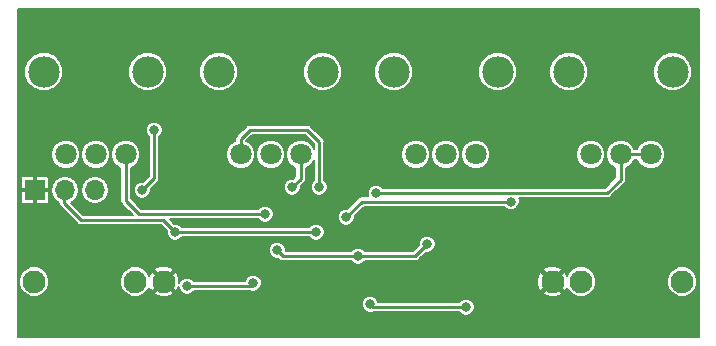
<source format=gbr>
G04 #@! TF.GenerationSoftware,KiCad,Pcbnew,(5.0.1)-4*
G04 #@! TF.CreationDate,2019-01-08T00:24:24+01:00*
G04 #@! TF.ProjectId,1U ADSR,315520414453522E6B696361645F7063,rev?*
G04 #@! TF.SameCoordinates,Original*
G04 #@! TF.FileFunction,Copper,L2,Bot,Signal*
G04 #@! TF.FilePolarity,Positive*
%FSLAX46Y46*%
G04 Gerber Fmt 4.6, Leading zero omitted, Abs format (unit mm)*
G04 Created by KiCad (PCBNEW (5.0.1)-4) date 01/08/19 00:24:24*
%MOMM*%
%LPD*%
G01*
G04 APERTURE LIST*
G04 #@! TA.AperFunction,ComponentPad*
%ADD10C,1.930400*%
G04 #@! TD*
G04 #@! TA.AperFunction,ComponentPad*
%ADD11R,1.700000X1.700000*%
G04 #@! TD*
G04 #@! TA.AperFunction,ComponentPad*
%ADD12O,1.700000X1.700000*%
G04 #@! TD*
G04 #@! TA.AperFunction,ComponentPad*
%ADD13C,2.667000*%
G04 #@! TD*
G04 #@! TA.AperFunction,ComponentPad*
%ADD14C,1.803400*%
G04 #@! TD*
G04 #@! TA.AperFunction,ViaPad*
%ADD15C,0.800000*%
G04 #@! TD*
G04 #@! TA.AperFunction,Conductor*
%ADD16C,0.250000*%
G04 #@! TD*
G04 #@! TA.AperFunction,Conductor*
%ADD17C,0.127000*%
G04 #@! TD*
G04 APERTURE END LIST*
D10*
G04 #@! TO.P,J1,T*
G04 #@! TO.N,Net-(J1-PadT)*
X80772000Y-55245000D03*
G04 #@! TO.P,J1,S*
G04 #@! TO.N,GND*
X69799200Y-55245000D03*
G04 #@! TO.P,J1,TN*
G04 #@! TO.N,Net-(J1-PadTN)*
X72212200Y-55245000D03*
G04 #@! TD*
G04 #@! TO.P,J2,TN*
G04 #@! TO.N,Net-(J2-PadTN)*
X34467800Y-55245000D03*
G04 #@! TO.P,J2,S*
G04 #@! TO.N,GND*
X36880800Y-55245000D03*
G04 #@! TO.P,J2,T*
G04 #@! TO.N,Net-(J2-PadT)*
X25908000Y-55245000D03*
G04 #@! TD*
D11*
G04 #@! TO.P,GND +12V -12V,1*
G04 #@! TO.N,GND*
X25971500Y-47498000D03*
D12*
G04 #@! TO.P,GND +12V -12V,2*
G04 #@! TO.N,+12V*
X28511500Y-47498000D03*
G04 #@! TO.P,GND +12V -12V,3*
G04 #@! TO.N,-12V*
X31051500Y-47498000D03*
G04 #@! TD*
D13*
G04 #@! TO.P,Attack,5*
G04 #@! TO.N,N/C*
X71170637Y-37466843D03*
G04 #@! TO.P,Attack,4*
X79959037Y-37466843D03*
D14*
G04 #@! TO.P,Attack,1*
G04 #@! TO.N,Net-(R7-Pad1)*
X78104837Y-44477243D03*
G04 #@! TO.P,Attack,2*
X75564837Y-44477243D03*
G04 #@! TO.P,Attack,3*
G04 #@! TO.N,Net-(D4-Pad2)*
X73024837Y-44477243D03*
G04 #@! TD*
G04 #@! TO.P,Decay,3*
G04 #@! TO.N,Net-(D5-Pad1)*
X58208169Y-44477243D03*
G04 #@! TO.P,Decay,2*
G04 #@! TO.N,Net-(R10-Pad2)*
X60748169Y-44477243D03*
G04 #@! TO.P,Decay,1*
X63288169Y-44477243D03*
D13*
G04 #@! TO.P,Decay,4*
G04 #@! TO.N,N/C*
X65142369Y-37466843D03*
G04 #@! TO.P,Decay,5*
X56353969Y-37466843D03*
G04 #@! TD*
G04 #@! TO.P,Sustain,5*
G04 #@! TO.N,N/C*
X41537303Y-37466843D03*
G04 #@! TO.P,Sustain,4*
X50325703Y-37466843D03*
D14*
G04 #@! TO.P,Sustain,1*
G04 #@! TO.N,Net-(RV3-Pad1)*
X48471503Y-44477243D03*
G04 #@! TO.P,Sustain,2*
G04 #@! TO.N,Net-(RV3-Pad2)*
X45931503Y-44477243D03*
G04 #@! TO.P,Sustain,3*
G04 #@! TO.N,Net-(R9-Pad2)*
X43391503Y-44477243D03*
G04 #@! TD*
G04 #@! TO.P,Release,3*
G04 #@! TO.N,Net-(D3-Pad1)*
X28574837Y-44477243D03*
G04 #@! TO.P,Release,2*
G04 #@! TO.N,Net-(R8-Pad1)*
X31114837Y-44477243D03*
G04 #@! TO.P,Release,1*
X33654837Y-44477243D03*
D13*
G04 #@! TO.P,Release,4*
G04 #@! TO.N,N/C*
X35509037Y-37466843D03*
G04 #@! TO.P,Release,5*
X26720637Y-37466843D03*
G04 #@! TD*
D15*
G04 #@! TO.N,Net-(C1-Pad2)*
X59182000Y-52070000D03*
X53340000Y-53086000D03*
X46482000Y-52578000D03*
G04 #@! TO.N,GND*
X68072000Y-51816000D03*
X39624000Y-42926000D03*
G04 #@! TO.N,Net-(C3-Pad2)*
X38862000Y-55626000D03*
X44450000Y-55372000D03*
X35052000Y-47498000D03*
X36068000Y-42418000D03*
G04 #@! TO.N,+12V*
X52324000Y-49784000D03*
X66294000Y-48477000D03*
X37846000Y-51054000D03*
X49784000Y-51054000D03*
G04 #@! TO.N,Net-(Q3-Pad3)*
X62484000Y-57404000D03*
X54356000Y-57150000D03*
G04 #@! TO.N,Net-(R7-Pad1)*
X54864000Y-47752000D03*
G04 #@! TO.N,Net-(R8-Pad1)*
X45466000Y-49530000D03*
G04 #@! TO.N,Net-(R9-Pad2)*
X50038000Y-47244000D03*
G04 #@! TO.N,Net-(RV3-Pad1)*
X47752000Y-47244000D03*
G04 #@! TD*
D16*
G04 #@! TO.N,Net-(C1-Pad2)*
X59182000Y-52070000D02*
X58166000Y-53086000D01*
X58166000Y-53086000D02*
X53340000Y-53086000D01*
X53340000Y-53086000D02*
X46990000Y-53086000D01*
X46990000Y-53086000D02*
X46482000Y-52578000D01*
G04 #@! TO.N,Net-(C3-Pad2)*
X38862000Y-55626000D02*
X44196000Y-55626000D01*
X44196000Y-55626000D02*
X44450000Y-55372000D01*
X35052000Y-47498000D02*
X36068000Y-46482000D01*
X36068000Y-46482000D02*
X36068000Y-42418000D01*
G04 #@! TO.N,+12V*
X52324000Y-49784000D02*
X53631000Y-48477000D01*
X53631000Y-48477000D02*
X66294000Y-48477000D01*
X37846000Y-51054000D02*
X49784000Y-51054000D01*
X28448000Y-48622000D02*
X29864000Y-50038000D01*
X28448000Y-47498000D02*
X28448000Y-48622000D01*
X36830000Y-50038000D02*
X37846000Y-51054000D01*
X29864000Y-50038000D02*
X36830000Y-50038000D01*
G04 #@! TO.N,Net-(Q3-Pad3)*
X62484000Y-57404000D02*
X54610000Y-57404000D01*
X54610000Y-57404000D02*
X54356000Y-57150000D01*
G04 #@! TO.N,Net-(R7-Pad1)*
X54864000Y-47752000D02*
X74422000Y-47752000D01*
X75564837Y-46609163D02*
X74422000Y-47752000D01*
X75564837Y-44477243D02*
X75564837Y-46609163D01*
X76840033Y-44477243D02*
X78104837Y-44477243D01*
X75564837Y-44477243D02*
X76840033Y-44477243D01*
G04 #@! TO.N,Net-(R8-Pad1)*
X45466000Y-49530000D02*
X44900315Y-49530000D01*
X44900315Y-49530000D02*
X34798000Y-49530000D01*
X33654837Y-48386837D02*
X34798000Y-49530000D01*
X33654837Y-44477243D02*
X33654837Y-48386837D01*
G04 #@! TO.N,Net-(R9-Pad2)*
X50038000Y-44228222D02*
X50038000Y-47244000D01*
X50038000Y-43434000D02*
X50038000Y-44228222D01*
X49022000Y-42418000D02*
X50038000Y-43434000D01*
X44175550Y-42418000D02*
X49022000Y-42418000D01*
X43391503Y-43202047D02*
X44175550Y-42418000D01*
X43391503Y-44477243D02*
X43391503Y-43202047D01*
G04 #@! TO.N,Net-(RV3-Pad1)*
X48471503Y-46524497D02*
X48471503Y-44477243D01*
X47752000Y-47244000D02*
X48471503Y-46524497D01*
G04 #@! TD*
D17*
G04 #@! TO.N,GND*
G36*
X82157501Y-59932500D02*
X24522500Y-59932500D01*
X24522500Y-57007280D01*
X53638500Y-57007280D01*
X53638500Y-57292720D01*
X53747733Y-57556431D01*
X53949569Y-57758267D01*
X54213280Y-57867500D01*
X54498720Y-57867500D01*
X54554933Y-57844216D01*
X54566418Y-57846500D01*
X54609999Y-57855169D01*
X54653580Y-57846500D01*
X61911802Y-57846500D01*
X62077569Y-58012267D01*
X62341280Y-58121500D01*
X62626720Y-58121500D01*
X62890431Y-58012267D01*
X63092267Y-57810431D01*
X63201500Y-57546720D01*
X63201500Y-57261280D01*
X63092267Y-56997569D01*
X62890431Y-56795733D01*
X62626720Y-56686500D01*
X62341280Y-56686500D01*
X62077569Y-56795733D01*
X61911802Y-56961500D01*
X55054537Y-56961500D01*
X54964267Y-56743569D01*
X54762431Y-56541733D01*
X54498720Y-56432500D01*
X54213280Y-56432500D01*
X53949569Y-56541733D01*
X53747733Y-56743569D01*
X53638500Y-57007280D01*
X24522500Y-57007280D01*
X24522500Y-54989855D01*
X24625300Y-54989855D01*
X24625300Y-55500145D01*
X24820579Y-55971591D01*
X25181409Y-56332421D01*
X25652855Y-56527700D01*
X26163145Y-56527700D01*
X26634591Y-56332421D01*
X26995421Y-55971591D01*
X27190700Y-55500145D01*
X27190700Y-54989855D01*
X33185100Y-54989855D01*
X33185100Y-55500145D01*
X33380379Y-55971591D01*
X33741209Y-56332421D01*
X34212655Y-56527700D01*
X34722945Y-56527700D01*
X35194391Y-56332421D01*
X35329062Y-56197750D01*
X36050379Y-56197750D01*
X36156114Y-56389607D01*
X36649300Y-56579805D01*
X37177729Y-56566790D01*
X37605486Y-56389607D01*
X37711221Y-56197750D01*
X36880800Y-55367329D01*
X36050379Y-56197750D01*
X35329062Y-56197750D01*
X35555221Y-55971591D01*
X35646101Y-55752186D01*
X35736193Y-55969686D01*
X35928050Y-56075421D01*
X36758471Y-55245000D01*
X37003129Y-55245000D01*
X37833550Y-56075421D01*
X38025407Y-55969686D01*
X38144500Y-55660876D01*
X38144500Y-55768720D01*
X38253733Y-56032431D01*
X38455569Y-56234267D01*
X38719280Y-56343500D01*
X39004720Y-56343500D01*
X39268431Y-56234267D01*
X39304948Y-56197750D01*
X68968779Y-56197750D01*
X69074514Y-56389607D01*
X69567700Y-56579805D01*
X70096129Y-56566790D01*
X70523886Y-56389607D01*
X70629621Y-56197750D01*
X69799200Y-55367329D01*
X68968779Y-56197750D01*
X39304948Y-56197750D01*
X39434198Y-56068500D01*
X44152418Y-56068500D01*
X44196000Y-56077169D01*
X44239582Y-56068500D01*
X44251067Y-56066216D01*
X44307280Y-56089500D01*
X44592720Y-56089500D01*
X44856431Y-55980267D01*
X45058267Y-55778431D01*
X45167500Y-55514720D01*
X45167500Y-55229280D01*
X45078121Y-55013500D01*
X68464395Y-55013500D01*
X68477410Y-55541929D01*
X68654593Y-55969686D01*
X68846450Y-56075421D01*
X69676871Y-55245000D01*
X69921529Y-55245000D01*
X70751950Y-56075421D01*
X70943807Y-55969686D01*
X71030682Y-55744419D01*
X71124779Y-55971591D01*
X71485609Y-56332421D01*
X71957055Y-56527700D01*
X72467345Y-56527700D01*
X72938791Y-56332421D01*
X73299621Y-55971591D01*
X73494900Y-55500145D01*
X73494900Y-54989855D01*
X79489300Y-54989855D01*
X79489300Y-55500145D01*
X79684579Y-55971591D01*
X80045409Y-56332421D01*
X80516855Y-56527700D01*
X81027145Y-56527700D01*
X81498591Y-56332421D01*
X81859421Y-55971591D01*
X82054700Y-55500145D01*
X82054700Y-54989855D01*
X81859421Y-54518409D01*
X81498591Y-54157579D01*
X81027145Y-53962300D01*
X80516855Y-53962300D01*
X80045409Y-54157579D01*
X79684579Y-54518409D01*
X79489300Y-54989855D01*
X73494900Y-54989855D01*
X73299621Y-54518409D01*
X72938791Y-54157579D01*
X72467345Y-53962300D01*
X71957055Y-53962300D01*
X71485609Y-54157579D01*
X71124779Y-54518409D01*
X71033899Y-54737814D01*
X70943807Y-54520314D01*
X70751950Y-54414579D01*
X69921529Y-55245000D01*
X69676871Y-55245000D01*
X68846450Y-54414579D01*
X68654593Y-54520314D01*
X68464395Y-55013500D01*
X45078121Y-55013500D01*
X45058267Y-54965569D01*
X44856431Y-54763733D01*
X44592720Y-54654500D01*
X44307280Y-54654500D01*
X44043569Y-54763733D01*
X43841733Y-54965569D01*
X43751463Y-55183500D01*
X39434198Y-55183500D01*
X39268431Y-55017733D01*
X39004720Y-54908500D01*
X38719280Y-54908500D01*
X38455569Y-55017733D01*
X38253733Y-55219569D01*
X38211772Y-55320872D01*
X38202590Y-54948071D01*
X38025407Y-54520314D01*
X37833550Y-54414579D01*
X37003129Y-55245000D01*
X36758471Y-55245000D01*
X35928050Y-54414579D01*
X35736193Y-54520314D01*
X35649318Y-54745581D01*
X35555221Y-54518409D01*
X35329062Y-54292250D01*
X36050379Y-54292250D01*
X36880800Y-55122671D01*
X37711221Y-54292250D01*
X68968779Y-54292250D01*
X69799200Y-55122671D01*
X70629621Y-54292250D01*
X70523886Y-54100393D01*
X70030700Y-53910195D01*
X69502271Y-53923210D01*
X69074514Y-54100393D01*
X68968779Y-54292250D01*
X37711221Y-54292250D01*
X37605486Y-54100393D01*
X37112300Y-53910195D01*
X36583871Y-53923210D01*
X36156114Y-54100393D01*
X36050379Y-54292250D01*
X35329062Y-54292250D01*
X35194391Y-54157579D01*
X34722945Y-53962300D01*
X34212655Y-53962300D01*
X33741209Y-54157579D01*
X33380379Y-54518409D01*
X33185100Y-54989855D01*
X27190700Y-54989855D01*
X26995421Y-54518409D01*
X26634591Y-54157579D01*
X26163145Y-53962300D01*
X25652855Y-53962300D01*
X25181409Y-54157579D01*
X24820579Y-54518409D01*
X24625300Y-54989855D01*
X24522500Y-54989855D01*
X24522500Y-52435280D01*
X45764500Y-52435280D01*
X45764500Y-52720720D01*
X45873733Y-52984431D01*
X46075569Y-53186267D01*
X46339280Y-53295500D01*
X46573711Y-53295500D01*
X46646285Y-53368074D01*
X46670975Y-53405025D01*
X46817345Y-53502826D01*
X46946418Y-53528500D01*
X46989999Y-53537169D01*
X47033580Y-53528500D01*
X52767802Y-53528500D01*
X52933569Y-53694267D01*
X53197280Y-53803500D01*
X53482720Y-53803500D01*
X53746431Y-53694267D01*
X53912198Y-53528500D01*
X58122418Y-53528500D01*
X58166000Y-53537169D01*
X58209582Y-53528500D01*
X58338655Y-53502826D01*
X58485025Y-53405025D01*
X58509716Y-53368072D01*
X59090289Y-52787500D01*
X59324720Y-52787500D01*
X59588431Y-52678267D01*
X59790267Y-52476431D01*
X59899500Y-52212720D01*
X59899500Y-51927280D01*
X59790267Y-51663569D01*
X59588431Y-51461733D01*
X59324720Y-51352500D01*
X59039280Y-51352500D01*
X58775569Y-51461733D01*
X58573733Y-51663569D01*
X58464500Y-51927280D01*
X58464500Y-52161711D01*
X57982712Y-52643500D01*
X53912198Y-52643500D01*
X53746431Y-52477733D01*
X53482720Y-52368500D01*
X53197280Y-52368500D01*
X52933569Y-52477733D01*
X52767802Y-52643500D01*
X47199500Y-52643500D01*
X47199500Y-52435280D01*
X47090267Y-52171569D01*
X46888431Y-51969733D01*
X46624720Y-51860500D01*
X46339280Y-51860500D01*
X46075569Y-51969733D01*
X45873733Y-52171569D01*
X45764500Y-52435280D01*
X24522500Y-52435280D01*
X24522500Y-47675375D01*
X24758000Y-47675375D01*
X24758000Y-48420305D01*
X24813340Y-48553907D01*
X24915594Y-48656161D01*
X25049196Y-48711500D01*
X25794125Y-48711500D01*
X25885000Y-48620625D01*
X25885000Y-47584500D01*
X26058000Y-47584500D01*
X26058000Y-48620625D01*
X26148875Y-48711500D01*
X26893804Y-48711500D01*
X27027406Y-48656161D01*
X27129660Y-48553907D01*
X27185000Y-48420305D01*
X27185000Y-47675375D01*
X27094125Y-47584500D01*
X26058000Y-47584500D01*
X25885000Y-47584500D01*
X24848875Y-47584500D01*
X24758000Y-47675375D01*
X24522500Y-47675375D01*
X24522500Y-47498000D01*
X27321128Y-47498000D01*
X27411740Y-47953536D01*
X27669780Y-48339720D01*
X28005501Y-48564042D01*
X28005501Y-48578413D01*
X27996831Y-48622000D01*
X28031174Y-48794654D01*
X28052863Y-48827114D01*
X28128976Y-48941025D01*
X28165926Y-48965714D01*
X29520286Y-50320075D01*
X29544975Y-50357025D01*
X29691345Y-50454826D01*
X29820418Y-50480500D01*
X29863999Y-50489169D01*
X29907580Y-50480500D01*
X36646712Y-50480500D01*
X37128500Y-50962289D01*
X37128500Y-51196720D01*
X37237733Y-51460431D01*
X37439569Y-51662267D01*
X37703280Y-51771500D01*
X37988720Y-51771500D01*
X38252431Y-51662267D01*
X38418198Y-51496500D01*
X49211802Y-51496500D01*
X49377569Y-51662267D01*
X49641280Y-51771500D01*
X49926720Y-51771500D01*
X50190431Y-51662267D01*
X50392267Y-51460431D01*
X50501500Y-51196720D01*
X50501500Y-50911280D01*
X50392267Y-50647569D01*
X50190431Y-50445733D01*
X49926720Y-50336500D01*
X49641280Y-50336500D01*
X49377569Y-50445733D01*
X49211802Y-50611500D01*
X38418198Y-50611500D01*
X38252431Y-50445733D01*
X37988720Y-50336500D01*
X37754289Y-50336500D01*
X37390288Y-49972500D01*
X44893802Y-49972500D01*
X45059569Y-50138267D01*
X45323280Y-50247500D01*
X45608720Y-50247500D01*
X45872431Y-50138267D01*
X46074267Y-49936431D01*
X46183500Y-49672720D01*
X46183500Y-49641280D01*
X51606500Y-49641280D01*
X51606500Y-49926720D01*
X51715733Y-50190431D01*
X51917569Y-50392267D01*
X52181280Y-50501500D01*
X52466720Y-50501500D01*
X52730431Y-50392267D01*
X52932267Y-50190431D01*
X53041500Y-49926720D01*
X53041500Y-49692288D01*
X53814289Y-48919500D01*
X65721802Y-48919500D01*
X65887569Y-49085267D01*
X66151280Y-49194500D01*
X66436720Y-49194500D01*
X66700431Y-49085267D01*
X66902267Y-48883431D01*
X67011500Y-48619720D01*
X67011500Y-48334280D01*
X66953601Y-48194500D01*
X74378418Y-48194500D01*
X74422000Y-48203169D01*
X74465582Y-48194500D01*
X74594655Y-48168826D01*
X74741025Y-48071025D01*
X74765716Y-48034072D01*
X75846914Y-46952876D01*
X75883862Y-46928188D01*
X75981663Y-46781818D01*
X76007337Y-46652745D01*
X76016006Y-46609163D01*
X76007337Y-46565581D01*
X76007337Y-45613606D01*
X76255459Y-45510831D01*
X76598425Y-45167865D01*
X76701200Y-44919743D01*
X76968474Y-44919743D01*
X77071249Y-45167865D01*
X77414215Y-45510831D01*
X77862323Y-45696443D01*
X78347351Y-45696443D01*
X78795459Y-45510831D01*
X79138425Y-45167865D01*
X79324037Y-44719757D01*
X79324037Y-44234729D01*
X79138425Y-43786621D01*
X78795459Y-43443655D01*
X78347351Y-43258043D01*
X77862323Y-43258043D01*
X77414215Y-43443655D01*
X77071249Y-43786621D01*
X76968474Y-44034743D01*
X76701200Y-44034743D01*
X76598425Y-43786621D01*
X76255459Y-43443655D01*
X75807351Y-43258043D01*
X75322323Y-43258043D01*
X74874215Y-43443655D01*
X74531249Y-43786621D01*
X74345637Y-44234729D01*
X74345637Y-44719757D01*
X74531249Y-45167865D01*
X74874215Y-45510831D01*
X75122338Y-45613606D01*
X75122338Y-46425872D01*
X74238712Y-47309500D01*
X55436198Y-47309500D01*
X55270431Y-47143733D01*
X55006720Y-47034500D01*
X54721280Y-47034500D01*
X54457569Y-47143733D01*
X54255733Y-47345569D01*
X54146500Y-47609280D01*
X54146500Y-47894720D01*
X54204399Y-48034500D01*
X53674580Y-48034500D01*
X53630999Y-48025831D01*
X53587418Y-48034500D01*
X53458345Y-48060174D01*
X53311975Y-48157975D01*
X53287286Y-48194926D01*
X52415712Y-49066500D01*
X52181280Y-49066500D01*
X51917569Y-49175733D01*
X51715733Y-49377569D01*
X51606500Y-49641280D01*
X46183500Y-49641280D01*
X46183500Y-49387280D01*
X46074267Y-49123569D01*
X45872431Y-48921733D01*
X45608720Y-48812500D01*
X45323280Y-48812500D01*
X45059569Y-48921733D01*
X44893802Y-49087500D01*
X34981290Y-49087500D01*
X34097337Y-48203549D01*
X34097337Y-47355280D01*
X34334500Y-47355280D01*
X34334500Y-47640720D01*
X34443733Y-47904431D01*
X34645569Y-48106267D01*
X34909280Y-48215500D01*
X35194720Y-48215500D01*
X35458431Y-48106267D01*
X35660267Y-47904431D01*
X35769500Y-47640720D01*
X35769500Y-47406288D01*
X36350075Y-46825714D01*
X36387025Y-46801025D01*
X36484826Y-46654655D01*
X36510500Y-46525582D01*
X36510500Y-46525581D01*
X36519169Y-46482000D01*
X36510500Y-46438418D01*
X36510500Y-44234729D01*
X42172303Y-44234729D01*
X42172303Y-44719757D01*
X42357915Y-45167865D01*
X42700881Y-45510831D01*
X43148989Y-45696443D01*
X43634017Y-45696443D01*
X44082125Y-45510831D01*
X44425091Y-45167865D01*
X44610703Y-44719757D01*
X44610703Y-44234729D01*
X44712303Y-44234729D01*
X44712303Y-44719757D01*
X44897915Y-45167865D01*
X45240881Y-45510831D01*
X45688989Y-45696443D01*
X46174017Y-45696443D01*
X46622125Y-45510831D01*
X46965091Y-45167865D01*
X47150703Y-44719757D01*
X47150703Y-44234729D01*
X46965091Y-43786621D01*
X46622125Y-43443655D01*
X46174017Y-43258043D01*
X45688989Y-43258043D01*
X45240881Y-43443655D01*
X44897915Y-43786621D01*
X44712303Y-44234729D01*
X44610703Y-44234729D01*
X44425091Y-43786621D01*
X44082125Y-43443655D01*
X43865438Y-43353900D01*
X44358839Y-42860500D01*
X48838712Y-42860500D01*
X49595500Y-43617289D01*
X49595501Y-44004890D01*
X49505091Y-43786621D01*
X49162125Y-43443655D01*
X48714017Y-43258043D01*
X48228989Y-43258043D01*
X47780881Y-43443655D01*
X47437915Y-43786621D01*
X47252303Y-44234729D01*
X47252303Y-44719757D01*
X47437915Y-45167865D01*
X47780881Y-45510831D01*
X48029003Y-45613606D01*
X48029003Y-46341208D01*
X47843711Y-46526500D01*
X47609280Y-46526500D01*
X47345569Y-46635733D01*
X47143733Y-46837569D01*
X47034500Y-47101280D01*
X47034500Y-47386720D01*
X47143733Y-47650431D01*
X47345569Y-47852267D01*
X47609280Y-47961500D01*
X47894720Y-47961500D01*
X48158431Y-47852267D01*
X48360267Y-47650431D01*
X48469500Y-47386720D01*
X48469500Y-47152289D01*
X48753578Y-46868211D01*
X48790528Y-46843522D01*
X48888329Y-46697152D01*
X48914003Y-46568079D01*
X48914003Y-46568078D01*
X48922672Y-46524497D01*
X48914003Y-46480915D01*
X48914003Y-45613606D01*
X49162125Y-45510831D01*
X49505091Y-45167865D01*
X49595500Y-44949597D01*
X49595501Y-46671801D01*
X49429733Y-46837569D01*
X49320500Y-47101280D01*
X49320500Y-47386720D01*
X49429733Y-47650431D01*
X49631569Y-47852267D01*
X49895280Y-47961500D01*
X50180720Y-47961500D01*
X50444431Y-47852267D01*
X50646267Y-47650431D01*
X50755500Y-47386720D01*
X50755500Y-47101280D01*
X50646267Y-46837569D01*
X50480500Y-46671802D01*
X50480500Y-44234729D01*
X56988969Y-44234729D01*
X56988969Y-44719757D01*
X57174581Y-45167865D01*
X57517547Y-45510831D01*
X57965655Y-45696443D01*
X58450683Y-45696443D01*
X58898791Y-45510831D01*
X59241757Y-45167865D01*
X59427369Y-44719757D01*
X59427369Y-44234729D01*
X59528969Y-44234729D01*
X59528969Y-44719757D01*
X59714581Y-45167865D01*
X60057547Y-45510831D01*
X60505655Y-45696443D01*
X60990683Y-45696443D01*
X61438791Y-45510831D01*
X61781757Y-45167865D01*
X61967369Y-44719757D01*
X61967369Y-44234729D01*
X62068969Y-44234729D01*
X62068969Y-44719757D01*
X62254581Y-45167865D01*
X62597547Y-45510831D01*
X63045655Y-45696443D01*
X63530683Y-45696443D01*
X63978791Y-45510831D01*
X64321757Y-45167865D01*
X64507369Y-44719757D01*
X64507369Y-44234729D01*
X71805637Y-44234729D01*
X71805637Y-44719757D01*
X71991249Y-45167865D01*
X72334215Y-45510831D01*
X72782323Y-45696443D01*
X73267351Y-45696443D01*
X73715459Y-45510831D01*
X74058425Y-45167865D01*
X74244037Y-44719757D01*
X74244037Y-44234729D01*
X74058425Y-43786621D01*
X73715459Y-43443655D01*
X73267351Y-43258043D01*
X72782323Y-43258043D01*
X72334215Y-43443655D01*
X71991249Y-43786621D01*
X71805637Y-44234729D01*
X64507369Y-44234729D01*
X64321757Y-43786621D01*
X63978791Y-43443655D01*
X63530683Y-43258043D01*
X63045655Y-43258043D01*
X62597547Y-43443655D01*
X62254581Y-43786621D01*
X62068969Y-44234729D01*
X61967369Y-44234729D01*
X61781757Y-43786621D01*
X61438791Y-43443655D01*
X60990683Y-43258043D01*
X60505655Y-43258043D01*
X60057547Y-43443655D01*
X59714581Y-43786621D01*
X59528969Y-44234729D01*
X59427369Y-44234729D01*
X59241757Y-43786621D01*
X58898791Y-43443655D01*
X58450683Y-43258043D01*
X57965655Y-43258043D01*
X57517547Y-43443655D01*
X57174581Y-43786621D01*
X56988969Y-44234729D01*
X50480500Y-44234729D01*
X50480500Y-43477582D01*
X50489169Y-43434000D01*
X50454826Y-43261345D01*
X50415204Y-43202047D01*
X50357025Y-43114975D01*
X50320075Y-43090286D01*
X49365716Y-42135928D01*
X49341025Y-42098975D01*
X49194655Y-42001174D01*
X49065582Y-41975500D01*
X49022000Y-41966831D01*
X48978418Y-41975500D01*
X44219132Y-41975500D01*
X44175550Y-41966831D01*
X44131968Y-41975500D01*
X44002895Y-42001174D01*
X43856525Y-42098975D01*
X43831835Y-42135926D01*
X43109429Y-42858333D01*
X43072479Y-42883022D01*
X43005789Y-42982831D01*
X42974677Y-43029393D01*
X42940334Y-43202047D01*
X42949004Y-43245634D01*
X42949004Y-43340879D01*
X42700881Y-43443655D01*
X42357915Y-43786621D01*
X42172303Y-44234729D01*
X36510500Y-44234729D01*
X36510500Y-42990198D01*
X36676267Y-42824431D01*
X36785500Y-42560720D01*
X36785500Y-42275280D01*
X36676267Y-42011569D01*
X36474431Y-41809733D01*
X36210720Y-41700500D01*
X35925280Y-41700500D01*
X35661569Y-41809733D01*
X35459733Y-42011569D01*
X35350500Y-42275280D01*
X35350500Y-42560720D01*
X35459733Y-42824431D01*
X35625501Y-42990199D01*
X35625500Y-46298711D01*
X35143712Y-46780500D01*
X34909280Y-46780500D01*
X34645569Y-46889733D01*
X34443733Y-47091569D01*
X34334500Y-47355280D01*
X34097337Y-47355280D01*
X34097337Y-45613606D01*
X34345459Y-45510831D01*
X34688425Y-45167865D01*
X34874037Y-44719757D01*
X34874037Y-44234729D01*
X34688425Y-43786621D01*
X34345459Y-43443655D01*
X33897351Y-43258043D01*
X33412323Y-43258043D01*
X32964215Y-43443655D01*
X32621249Y-43786621D01*
X32435637Y-44234729D01*
X32435637Y-44719757D01*
X32621249Y-45167865D01*
X32964215Y-45510831D01*
X33212337Y-45613606D01*
X33212338Y-48343250D01*
X33203668Y-48386837D01*
X33238011Y-48559491D01*
X33238012Y-48559492D01*
X33335813Y-48705862D01*
X33372763Y-48730551D01*
X34237710Y-49595500D01*
X30047289Y-49595500D01*
X29016498Y-48564710D01*
X29353220Y-48339720D01*
X29611260Y-47953536D01*
X29701872Y-47498000D01*
X29861128Y-47498000D01*
X29951740Y-47953536D01*
X30209780Y-48339720D01*
X30595964Y-48597760D01*
X30936515Y-48665500D01*
X31166485Y-48665500D01*
X31507036Y-48597760D01*
X31893220Y-48339720D01*
X32151260Y-47953536D01*
X32241872Y-47498000D01*
X32151260Y-47042464D01*
X31893220Y-46656280D01*
X31507036Y-46398240D01*
X31166485Y-46330500D01*
X30936515Y-46330500D01*
X30595964Y-46398240D01*
X30209780Y-46656280D01*
X29951740Y-47042464D01*
X29861128Y-47498000D01*
X29701872Y-47498000D01*
X29611260Y-47042464D01*
X29353220Y-46656280D01*
X28967036Y-46398240D01*
X28626485Y-46330500D01*
X28396515Y-46330500D01*
X28055964Y-46398240D01*
X27669780Y-46656280D01*
X27411740Y-47042464D01*
X27321128Y-47498000D01*
X24522500Y-47498000D01*
X24522500Y-46575695D01*
X24758000Y-46575695D01*
X24758000Y-47320625D01*
X24848875Y-47411500D01*
X25885000Y-47411500D01*
X25885000Y-46375375D01*
X26058000Y-46375375D01*
X26058000Y-47411500D01*
X27094125Y-47411500D01*
X27185000Y-47320625D01*
X27185000Y-46575695D01*
X27129660Y-46442093D01*
X27027406Y-46339839D01*
X26893804Y-46284500D01*
X26148875Y-46284500D01*
X26058000Y-46375375D01*
X25885000Y-46375375D01*
X25794125Y-46284500D01*
X25049196Y-46284500D01*
X24915594Y-46339839D01*
X24813340Y-46442093D01*
X24758000Y-46575695D01*
X24522500Y-46575695D01*
X24522500Y-44234729D01*
X27355637Y-44234729D01*
X27355637Y-44719757D01*
X27541249Y-45167865D01*
X27884215Y-45510831D01*
X28332323Y-45696443D01*
X28817351Y-45696443D01*
X29265459Y-45510831D01*
X29608425Y-45167865D01*
X29794037Y-44719757D01*
X29794037Y-44234729D01*
X29895637Y-44234729D01*
X29895637Y-44719757D01*
X30081249Y-45167865D01*
X30424215Y-45510831D01*
X30872323Y-45696443D01*
X31357351Y-45696443D01*
X31805459Y-45510831D01*
X32148425Y-45167865D01*
X32334037Y-44719757D01*
X32334037Y-44234729D01*
X32148425Y-43786621D01*
X31805459Y-43443655D01*
X31357351Y-43258043D01*
X30872323Y-43258043D01*
X30424215Y-43443655D01*
X30081249Y-43786621D01*
X29895637Y-44234729D01*
X29794037Y-44234729D01*
X29608425Y-43786621D01*
X29265459Y-43443655D01*
X28817351Y-43258043D01*
X28332323Y-43258043D01*
X27884215Y-43443655D01*
X27541249Y-43786621D01*
X27355637Y-44234729D01*
X24522500Y-44234729D01*
X24522500Y-37138439D01*
X25069637Y-37138439D01*
X25069637Y-37795247D01*
X25320987Y-38402059D01*
X25785421Y-38866493D01*
X26392233Y-39117843D01*
X27049041Y-39117843D01*
X27655853Y-38866493D01*
X28120287Y-38402059D01*
X28371637Y-37795247D01*
X28371637Y-37138439D01*
X33858037Y-37138439D01*
X33858037Y-37795247D01*
X34109387Y-38402059D01*
X34573821Y-38866493D01*
X35180633Y-39117843D01*
X35837441Y-39117843D01*
X36444253Y-38866493D01*
X36908687Y-38402059D01*
X37160037Y-37795247D01*
X37160037Y-37138439D01*
X39886303Y-37138439D01*
X39886303Y-37795247D01*
X40137653Y-38402059D01*
X40602087Y-38866493D01*
X41208899Y-39117843D01*
X41865707Y-39117843D01*
X42472519Y-38866493D01*
X42936953Y-38402059D01*
X43188303Y-37795247D01*
X43188303Y-37138439D01*
X48674703Y-37138439D01*
X48674703Y-37795247D01*
X48926053Y-38402059D01*
X49390487Y-38866493D01*
X49997299Y-39117843D01*
X50654107Y-39117843D01*
X51260919Y-38866493D01*
X51725353Y-38402059D01*
X51976703Y-37795247D01*
X51976703Y-37138439D01*
X54702969Y-37138439D01*
X54702969Y-37795247D01*
X54954319Y-38402059D01*
X55418753Y-38866493D01*
X56025565Y-39117843D01*
X56682373Y-39117843D01*
X57289185Y-38866493D01*
X57753619Y-38402059D01*
X58004969Y-37795247D01*
X58004969Y-37138439D01*
X63491369Y-37138439D01*
X63491369Y-37795247D01*
X63742719Y-38402059D01*
X64207153Y-38866493D01*
X64813965Y-39117843D01*
X65470773Y-39117843D01*
X66077585Y-38866493D01*
X66542019Y-38402059D01*
X66793369Y-37795247D01*
X66793369Y-37138439D01*
X69519637Y-37138439D01*
X69519637Y-37795247D01*
X69770987Y-38402059D01*
X70235421Y-38866493D01*
X70842233Y-39117843D01*
X71499041Y-39117843D01*
X72105853Y-38866493D01*
X72570287Y-38402059D01*
X72821637Y-37795247D01*
X72821637Y-37138439D01*
X78308037Y-37138439D01*
X78308037Y-37795247D01*
X78559387Y-38402059D01*
X79023821Y-38866493D01*
X79630633Y-39117843D01*
X80287441Y-39117843D01*
X80894253Y-38866493D01*
X81358687Y-38402059D01*
X81610037Y-37795247D01*
X81610037Y-37138439D01*
X81358687Y-36531627D01*
X80894253Y-36067193D01*
X80287441Y-35815843D01*
X79630633Y-35815843D01*
X79023821Y-36067193D01*
X78559387Y-36531627D01*
X78308037Y-37138439D01*
X72821637Y-37138439D01*
X72570287Y-36531627D01*
X72105853Y-36067193D01*
X71499041Y-35815843D01*
X70842233Y-35815843D01*
X70235421Y-36067193D01*
X69770987Y-36531627D01*
X69519637Y-37138439D01*
X66793369Y-37138439D01*
X66542019Y-36531627D01*
X66077585Y-36067193D01*
X65470773Y-35815843D01*
X64813965Y-35815843D01*
X64207153Y-36067193D01*
X63742719Y-36531627D01*
X63491369Y-37138439D01*
X58004969Y-37138439D01*
X57753619Y-36531627D01*
X57289185Y-36067193D01*
X56682373Y-35815843D01*
X56025565Y-35815843D01*
X55418753Y-36067193D01*
X54954319Y-36531627D01*
X54702969Y-37138439D01*
X51976703Y-37138439D01*
X51725353Y-36531627D01*
X51260919Y-36067193D01*
X50654107Y-35815843D01*
X49997299Y-35815843D01*
X49390487Y-36067193D01*
X48926053Y-36531627D01*
X48674703Y-37138439D01*
X43188303Y-37138439D01*
X42936953Y-36531627D01*
X42472519Y-36067193D01*
X41865707Y-35815843D01*
X41208899Y-35815843D01*
X40602087Y-36067193D01*
X40137653Y-36531627D01*
X39886303Y-37138439D01*
X37160037Y-37138439D01*
X36908687Y-36531627D01*
X36444253Y-36067193D01*
X35837441Y-35815843D01*
X35180633Y-35815843D01*
X34573821Y-36067193D01*
X34109387Y-36531627D01*
X33858037Y-37138439D01*
X28371637Y-37138439D01*
X28120287Y-36531627D01*
X27655853Y-36067193D01*
X27049041Y-35815843D01*
X26392233Y-35815843D01*
X25785421Y-36067193D01*
X25320987Y-36531627D01*
X25069637Y-37138439D01*
X24522500Y-37138439D01*
X24522500Y-32142500D01*
X82157500Y-32142500D01*
X82157501Y-59932500D01*
X82157501Y-59932500D01*
G37*
X82157501Y-59932500D02*
X24522500Y-59932500D01*
X24522500Y-57007280D01*
X53638500Y-57007280D01*
X53638500Y-57292720D01*
X53747733Y-57556431D01*
X53949569Y-57758267D01*
X54213280Y-57867500D01*
X54498720Y-57867500D01*
X54554933Y-57844216D01*
X54566418Y-57846500D01*
X54609999Y-57855169D01*
X54653580Y-57846500D01*
X61911802Y-57846500D01*
X62077569Y-58012267D01*
X62341280Y-58121500D01*
X62626720Y-58121500D01*
X62890431Y-58012267D01*
X63092267Y-57810431D01*
X63201500Y-57546720D01*
X63201500Y-57261280D01*
X63092267Y-56997569D01*
X62890431Y-56795733D01*
X62626720Y-56686500D01*
X62341280Y-56686500D01*
X62077569Y-56795733D01*
X61911802Y-56961500D01*
X55054537Y-56961500D01*
X54964267Y-56743569D01*
X54762431Y-56541733D01*
X54498720Y-56432500D01*
X54213280Y-56432500D01*
X53949569Y-56541733D01*
X53747733Y-56743569D01*
X53638500Y-57007280D01*
X24522500Y-57007280D01*
X24522500Y-54989855D01*
X24625300Y-54989855D01*
X24625300Y-55500145D01*
X24820579Y-55971591D01*
X25181409Y-56332421D01*
X25652855Y-56527700D01*
X26163145Y-56527700D01*
X26634591Y-56332421D01*
X26995421Y-55971591D01*
X27190700Y-55500145D01*
X27190700Y-54989855D01*
X33185100Y-54989855D01*
X33185100Y-55500145D01*
X33380379Y-55971591D01*
X33741209Y-56332421D01*
X34212655Y-56527700D01*
X34722945Y-56527700D01*
X35194391Y-56332421D01*
X35329062Y-56197750D01*
X36050379Y-56197750D01*
X36156114Y-56389607D01*
X36649300Y-56579805D01*
X37177729Y-56566790D01*
X37605486Y-56389607D01*
X37711221Y-56197750D01*
X36880800Y-55367329D01*
X36050379Y-56197750D01*
X35329062Y-56197750D01*
X35555221Y-55971591D01*
X35646101Y-55752186D01*
X35736193Y-55969686D01*
X35928050Y-56075421D01*
X36758471Y-55245000D01*
X37003129Y-55245000D01*
X37833550Y-56075421D01*
X38025407Y-55969686D01*
X38144500Y-55660876D01*
X38144500Y-55768720D01*
X38253733Y-56032431D01*
X38455569Y-56234267D01*
X38719280Y-56343500D01*
X39004720Y-56343500D01*
X39268431Y-56234267D01*
X39304948Y-56197750D01*
X68968779Y-56197750D01*
X69074514Y-56389607D01*
X69567700Y-56579805D01*
X70096129Y-56566790D01*
X70523886Y-56389607D01*
X70629621Y-56197750D01*
X69799200Y-55367329D01*
X68968779Y-56197750D01*
X39304948Y-56197750D01*
X39434198Y-56068500D01*
X44152418Y-56068500D01*
X44196000Y-56077169D01*
X44239582Y-56068500D01*
X44251067Y-56066216D01*
X44307280Y-56089500D01*
X44592720Y-56089500D01*
X44856431Y-55980267D01*
X45058267Y-55778431D01*
X45167500Y-55514720D01*
X45167500Y-55229280D01*
X45078121Y-55013500D01*
X68464395Y-55013500D01*
X68477410Y-55541929D01*
X68654593Y-55969686D01*
X68846450Y-56075421D01*
X69676871Y-55245000D01*
X69921529Y-55245000D01*
X70751950Y-56075421D01*
X70943807Y-55969686D01*
X71030682Y-55744419D01*
X71124779Y-55971591D01*
X71485609Y-56332421D01*
X71957055Y-56527700D01*
X72467345Y-56527700D01*
X72938791Y-56332421D01*
X73299621Y-55971591D01*
X73494900Y-55500145D01*
X73494900Y-54989855D01*
X79489300Y-54989855D01*
X79489300Y-55500145D01*
X79684579Y-55971591D01*
X80045409Y-56332421D01*
X80516855Y-56527700D01*
X81027145Y-56527700D01*
X81498591Y-56332421D01*
X81859421Y-55971591D01*
X82054700Y-55500145D01*
X82054700Y-54989855D01*
X81859421Y-54518409D01*
X81498591Y-54157579D01*
X81027145Y-53962300D01*
X80516855Y-53962300D01*
X80045409Y-54157579D01*
X79684579Y-54518409D01*
X79489300Y-54989855D01*
X73494900Y-54989855D01*
X73299621Y-54518409D01*
X72938791Y-54157579D01*
X72467345Y-53962300D01*
X71957055Y-53962300D01*
X71485609Y-54157579D01*
X71124779Y-54518409D01*
X71033899Y-54737814D01*
X70943807Y-54520314D01*
X70751950Y-54414579D01*
X69921529Y-55245000D01*
X69676871Y-55245000D01*
X68846450Y-54414579D01*
X68654593Y-54520314D01*
X68464395Y-55013500D01*
X45078121Y-55013500D01*
X45058267Y-54965569D01*
X44856431Y-54763733D01*
X44592720Y-54654500D01*
X44307280Y-54654500D01*
X44043569Y-54763733D01*
X43841733Y-54965569D01*
X43751463Y-55183500D01*
X39434198Y-55183500D01*
X39268431Y-55017733D01*
X39004720Y-54908500D01*
X38719280Y-54908500D01*
X38455569Y-55017733D01*
X38253733Y-55219569D01*
X38211772Y-55320872D01*
X38202590Y-54948071D01*
X38025407Y-54520314D01*
X37833550Y-54414579D01*
X37003129Y-55245000D01*
X36758471Y-55245000D01*
X35928050Y-54414579D01*
X35736193Y-54520314D01*
X35649318Y-54745581D01*
X35555221Y-54518409D01*
X35329062Y-54292250D01*
X36050379Y-54292250D01*
X36880800Y-55122671D01*
X37711221Y-54292250D01*
X68968779Y-54292250D01*
X69799200Y-55122671D01*
X70629621Y-54292250D01*
X70523886Y-54100393D01*
X70030700Y-53910195D01*
X69502271Y-53923210D01*
X69074514Y-54100393D01*
X68968779Y-54292250D01*
X37711221Y-54292250D01*
X37605486Y-54100393D01*
X37112300Y-53910195D01*
X36583871Y-53923210D01*
X36156114Y-54100393D01*
X36050379Y-54292250D01*
X35329062Y-54292250D01*
X35194391Y-54157579D01*
X34722945Y-53962300D01*
X34212655Y-53962300D01*
X33741209Y-54157579D01*
X33380379Y-54518409D01*
X33185100Y-54989855D01*
X27190700Y-54989855D01*
X26995421Y-54518409D01*
X26634591Y-54157579D01*
X26163145Y-53962300D01*
X25652855Y-53962300D01*
X25181409Y-54157579D01*
X24820579Y-54518409D01*
X24625300Y-54989855D01*
X24522500Y-54989855D01*
X24522500Y-52435280D01*
X45764500Y-52435280D01*
X45764500Y-52720720D01*
X45873733Y-52984431D01*
X46075569Y-53186267D01*
X46339280Y-53295500D01*
X46573711Y-53295500D01*
X46646285Y-53368074D01*
X46670975Y-53405025D01*
X46817345Y-53502826D01*
X46946418Y-53528500D01*
X46989999Y-53537169D01*
X47033580Y-53528500D01*
X52767802Y-53528500D01*
X52933569Y-53694267D01*
X53197280Y-53803500D01*
X53482720Y-53803500D01*
X53746431Y-53694267D01*
X53912198Y-53528500D01*
X58122418Y-53528500D01*
X58166000Y-53537169D01*
X58209582Y-53528500D01*
X58338655Y-53502826D01*
X58485025Y-53405025D01*
X58509716Y-53368072D01*
X59090289Y-52787500D01*
X59324720Y-52787500D01*
X59588431Y-52678267D01*
X59790267Y-52476431D01*
X59899500Y-52212720D01*
X59899500Y-51927280D01*
X59790267Y-51663569D01*
X59588431Y-51461733D01*
X59324720Y-51352500D01*
X59039280Y-51352500D01*
X58775569Y-51461733D01*
X58573733Y-51663569D01*
X58464500Y-51927280D01*
X58464500Y-52161711D01*
X57982712Y-52643500D01*
X53912198Y-52643500D01*
X53746431Y-52477733D01*
X53482720Y-52368500D01*
X53197280Y-52368500D01*
X52933569Y-52477733D01*
X52767802Y-52643500D01*
X47199500Y-52643500D01*
X47199500Y-52435280D01*
X47090267Y-52171569D01*
X46888431Y-51969733D01*
X46624720Y-51860500D01*
X46339280Y-51860500D01*
X46075569Y-51969733D01*
X45873733Y-52171569D01*
X45764500Y-52435280D01*
X24522500Y-52435280D01*
X24522500Y-47675375D01*
X24758000Y-47675375D01*
X24758000Y-48420305D01*
X24813340Y-48553907D01*
X24915594Y-48656161D01*
X25049196Y-48711500D01*
X25794125Y-48711500D01*
X25885000Y-48620625D01*
X25885000Y-47584500D01*
X26058000Y-47584500D01*
X26058000Y-48620625D01*
X26148875Y-48711500D01*
X26893804Y-48711500D01*
X27027406Y-48656161D01*
X27129660Y-48553907D01*
X27185000Y-48420305D01*
X27185000Y-47675375D01*
X27094125Y-47584500D01*
X26058000Y-47584500D01*
X25885000Y-47584500D01*
X24848875Y-47584500D01*
X24758000Y-47675375D01*
X24522500Y-47675375D01*
X24522500Y-47498000D01*
X27321128Y-47498000D01*
X27411740Y-47953536D01*
X27669780Y-48339720D01*
X28005501Y-48564042D01*
X28005501Y-48578413D01*
X27996831Y-48622000D01*
X28031174Y-48794654D01*
X28052863Y-48827114D01*
X28128976Y-48941025D01*
X28165926Y-48965714D01*
X29520286Y-50320075D01*
X29544975Y-50357025D01*
X29691345Y-50454826D01*
X29820418Y-50480500D01*
X29863999Y-50489169D01*
X29907580Y-50480500D01*
X36646712Y-50480500D01*
X37128500Y-50962289D01*
X37128500Y-51196720D01*
X37237733Y-51460431D01*
X37439569Y-51662267D01*
X37703280Y-51771500D01*
X37988720Y-51771500D01*
X38252431Y-51662267D01*
X38418198Y-51496500D01*
X49211802Y-51496500D01*
X49377569Y-51662267D01*
X49641280Y-51771500D01*
X49926720Y-51771500D01*
X50190431Y-51662267D01*
X50392267Y-51460431D01*
X50501500Y-51196720D01*
X50501500Y-50911280D01*
X50392267Y-50647569D01*
X50190431Y-50445733D01*
X49926720Y-50336500D01*
X49641280Y-50336500D01*
X49377569Y-50445733D01*
X49211802Y-50611500D01*
X38418198Y-50611500D01*
X38252431Y-50445733D01*
X37988720Y-50336500D01*
X37754289Y-50336500D01*
X37390288Y-49972500D01*
X44893802Y-49972500D01*
X45059569Y-50138267D01*
X45323280Y-50247500D01*
X45608720Y-50247500D01*
X45872431Y-50138267D01*
X46074267Y-49936431D01*
X46183500Y-49672720D01*
X46183500Y-49641280D01*
X51606500Y-49641280D01*
X51606500Y-49926720D01*
X51715733Y-50190431D01*
X51917569Y-50392267D01*
X52181280Y-50501500D01*
X52466720Y-50501500D01*
X52730431Y-50392267D01*
X52932267Y-50190431D01*
X53041500Y-49926720D01*
X53041500Y-49692288D01*
X53814289Y-48919500D01*
X65721802Y-48919500D01*
X65887569Y-49085267D01*
X66151280Y-49194500D01*
X66436720Y-49194500D01*
X66700431Y-49085267D01*
X66902267Y-48883431D01*
X67011500Y-48619720D01*
X67011500Y-48334280D01*
X66953601Y-48194500D01*
X74378418Y-48194500D01*
X74422000Y-48203169D01*
X74465582Y-48194500D01*
X74594655Y-48168826D01*
X74741025Y-48071025D01*
X74765716Y-48034072D01*
X75846914Y-46952876D01*
X75883862Y-46928188D01*
X75981663Y-46781818D01*
X76007337Y-46652745D01*
X76016006Y-46609163D01*
X76007337Y-46565581D01*
X76007337Y-45613606D01*
X76255459Y-45510831D01*
X76598425Y-45167865D01*
X76701200Y-44919743D01*
X76968474Y-44919743D01*
X77071249Y-45167865D01*
X77414215Y-45510831D01*
X77862323Y-45696443D01*
X78347351Y-45696443D01*
X78795459Y-45510831D01*
X79138425Y-45167865D01*
X79324037Y-44719757D01*
X79324037Y-44234729D01*
X79138425Y-43786621D01*
X78795459Y-43443655D01*
X78347351Y-43258043D01*
X77862323Y-43258043D01*
X77414215Y-43443655D01*
X77071249Y-43786621D01*
X76968474Y-44034743D01*
X76701200Y-44034743D01*
X76598425Y-43786621D01*
X76255459Y-43443655D01*
X75807351Y-43258043D01*
X75322323Y-43258043D01*
X74874215Y-43443655D01*
X74531249Y-43786621D01*
X74345637Y-44234729D01*
X74345637Y-44719757D01*
X74531249Y-45167865D01*
X74874215Y-45510831D01*
X75122338Y-45613606D01*
X75122338Y-46425872D01*
X74238712Y-47309500D01*
X55436198Y-47309500D01*
X55270431Y-47143733D01*
X55006720Y-47034500D01*
X54721280Y-47034500D01*
X54457569Y-47143733D01*
X54255733Y-47345569D01*
X54146500Y-47609280D01*
X54146500Y-47894720D01*
X54204399Y-48034500D01*
X53674580Y-48034500D01*
X53630999Y-48025831D01*
X53587418Y-48034500D01*
X53458345Y-48060174D01*
X53311975Y-48157975D01*
X53287286Y-48194926D01*
X52415712Y-49066500D01*
X52181280Y-49066500D01*
X51917569Y-49175733D01*
X51715733Y-49377569D01*
X51606500Y-49641280D01*
X46183500Y-49641280D01*
X46183500Y-49387280D01*
X46074267Y-49123569D01*
X45872431Y-48921733D01*
X45608720Y-48812500D01*
X45323280Y-48812500D01*
X45059569Y-48921733D01*
X44893802Y-49087500D01*
X34981290Y-49087500D01*
X34097337Y-48203549D01*
X34097337Y-47355280D01*
X34334500Y-47355280D01*
X34334500Y-47640720D01*
X34443733Y-47904431D01*
X34645569Y-48106267D01*
X34909280Y-48215500D01*
X35194720Y-48215500D01*
X35458431Y-48106267D01*
X35660267Y-47904431D01*
X35769500Y-47640720D01*
X35769500Y-47406288D01*
X36350075Y-46825714D01*
X36387025Y-46801025D01*
X36484826Y-46654655D01*
X36510500Y-46525582D01*
X36510500Y-46525581D01*
X36519169Y-46482000D01*
X36510500Y-46438418D01*
X36510500Y-44234729D01*
X42172303Y-44234729D01*
X42172303Y-44719757D01*
X42357915Y-45167865D01*
X42700881Y-45510831D01*
X43148989Y-45696443D01*
X43634017Y-45696443D01*
X44082125Y-45510831D01*
X44425091Y-45167865D01*
X44610703Y-44719757D01*
X44610703Y-44234729D01*
X44712303Y-44234729D01*
X44712303Y-44719757D01*
X44897915Y-45167865D01*
X45240881Y-45510831D01*
X45688989Y-45696443D01*
X46174017Y-45696443D01*
X46622125Y-45510831D01*
X46965091Y-45167865D01*
X47150703Y-44719757D01*
X47150703Y-44234729D01*
X46965091Y-43786621D01*
X46622125Y-43443655D01*
X46174017Y-43258043D01*
X45688989Y-43258043D01*
X45240881Y-43443655D01*
X44897915Y-43786621D01*
X44712303Y-44234729D01*
X44610703Y-44234729D01*
X44425091Y-43786621D01*
X44082125Y-43443655D01*
X43865438Y-43353900D01*
X44358839Y-42860500D01*
X48838712Y-42860500D01*
X49595500Y-43617289D01*
X49595501Y-44004890D01*
X49505091Y-43786621D01*
X49162125Y-43443655D01*
X48714017Y-43258043D01*
X48228989Y-43258043D01*
X47780881Y-43443655D01*
X47437915Y-43786621D01*
X47252303Y-44234729D01*
X47252303Y-44719757D01*
X47437915Y-45167865D01*
X47780881Y-45510831D01*
X48029003Y-45613606D01*
X48029003Y-46341208D01*
X47843711Y-46526500D01*
X47609280Y-46526500D01*
X47345569Y-46635733D01*
X47143733Y-46837569D01*
X47034500Y-47101280D01*
X47034500Y-47386720D01*
X47143733Y-47650431D01*
X47345569Y-47852267D01*
X47609280Y-47961500D01*
X47894720Y-47961500D01*
X48158431Y-47852267D01*
X48360267Y-47650431D01*
X48469500Y-47386720D01*
X48469500Y-47152289D01*
X48753578Y-46868211D01*
X48790528Y-46843522D01*
X48888329Y-46697152D01*
X48914003Y-46568079D01*
X48914003Y-46568078D01*
X48922672Y-46524497D01*
X48914003Y-46480915D01*
X48914003Y-45613606D01*
X49162125Y-45510831D01*
X49505091Y-45167865D01*
X49595500Y-44949597D01*
X49595501Y-46671801D01*
X49429733Y-46837569D01*
X49320500Y-47101280D01*
X49320500Y-47386720D01*
X49429733Y-47650431D01*
X49631569Y-47852267D01*
X49895280Y-47961500D01*
X50180720Y-47961500D01*
X50444431Y-47852267D01*
X50646267Y-47650431D01*
X50755500Y-47386720D01*
X50755500Y-47101280D01*
X50646267Y-46837569D01*
X50480500Y-46671802D01*
X50480500Y-44234729D01*
X56988969Y-44234729D01*
X56988969Y-44719757D01*
X57174581Y-45167865D01*
X57517547Y-45510831D01*
X57965655Y-45696443D01*
X58450683Y-45696443D01*
X58898791Y-45510831D01*
X59241757Y-45167865D01*
X59427369Y-44719757D01*
X59427369Y-44234729D01*
X59528969Y-44234729D01*
X59528969Y-44719757D01*
X59714581Y-45167865D01*
X60057547Y-45510831D01*
X60505655Y-45696443D01*
X60990683Y-45696443D01*
X61438791Y-45510831D01*
X61781757Y-45167865D01*
X61967369Y-44719757D01*
X61967369Y-44234729D01*
X62068969Y-44234729D01*
X62068969Y-44719757D01*
X62254581Y-45167865D01*
X62597547Y-45510831D01*
X63045655Y-45696443D01*
X63530683Y-45696443D01*
X63978791Y-45510831D01*
X64321757Y-45167865D01*
X64507369Y-44719757D01*
X64507369Y-44234729D01*
X71805637Y-44234729D01*
X71805637Y-44719757D01*
X71991249Y-45167865D01*
X72334215Y-45510831D01*
X72782323Y-45696443D01*
X73267351Y-45696443D01*
X73715459Y-45510831D01*
X74058425Y-45167865D01*
X74244037Y-44719757D01*
X74244037Y-44234729D01*
X74058425Y-43786621D01*
X73715459Y-43443655D01*
X73267351Y-43258043D01*
X72782323Y-43258043D01*
X72334215Y-43443655D01*
X71991249Y-43786621D01*
X71805637Y-44234729D01*
X64507369Y-44234729D01*
X64321757Y-43786621D01*
X63978791Y-43443655D01*
X63530683Y-43258043D01*
X63045655Y-43258043D01*
X62597547Y-43443655D01*
X62254581Y-43786621D01*
X62068969Y-44234729D01*
X61967369Y-44234729D01*
X61781757Y-43786621D01*
X61438791Y-43443655D01*
X60990683Y-43258043D01*
X60505655Y-43258043D01*
X60057547Y-43443655D01*
X59714581Y-43786621D01*
X59528969Y-44234729D01*
X59427369Y-44234729D01*
X59241757Y-43786621D01*
X58898791Y-43443655D01*
X58450683Y-43258043D01*
X57965655Y-43258043D01*
X57517547Y-43443655D01*
X57174581Y-43786621D01*
X56988969Y-44234729D01*
X50480500Y-44234729D01*
X50480500Y-43477582D01*
X50489169Y-43434000D01*
X50454826Y-43261345D01*
X50415204Y-43202047D01*
X50357025Y-43114975D01*
X50320075Y-43090286D01*
X49365716Y-42135928D01*
X49341025Y-42098975D01*
X49194655Y-42001174D01*
X49065582Y-41975500D01*
X49022000Y-41966831D01*
X48978418Y-41975500D01*
X44219132Y-41975500D01*
X44175550Y-41966831D01*
X44131968Y-41975500D01*
X44002895Y-42001174D01*
X43856525Y-42098975D01*
X43831835Y-42135926D01*
X43109429Y-42858333D01*
X43072479Y-42883022D01*
X43005789Y-42982831D01*
X42974677Y-43029393D01*
X42940334Y-43202047D01*
X42949004Y-43245634D01*
X42949004Y-43340879D01*
X42700881Y-43443655D01*
X42357915Y-43786621D01*
X42172303Y-44234729D01*
X36510500Y-44234729D01*
X36510500Y-42990198D01*
X36676267Y-42824431D01*
X36785500Y-42560720D01*
X36785500Y-42275280D01*
X36676267Y-42011569D01*
X36474431Y-41809733D01*
X36210720Y-41700500D01*
X35925280Y-41700500D01*
X35661569Y-41809733D01*
X35459733Y-42011569D01*
X35350500Y-42275280D01*
X35350500Y-42560720D01*
X35459733Y-42824431D01*
X35625501Y-42990199D01*
X35625500Y-46298711D01*
X35143712Y-46780500D01*
X34909280Y-46780500D01*
X34645569Y-46889733D01*
X34443733Y-47091569D01*
X34334500Y-47355280D01*
X34097337Y-47355280D01*
X34097337Y-45613606D01*
X34345459Y-45510831D01*
X34688425Y-45167865D01*
X34874037Y-44719757D01*
X34874037Y-44234729D01*
X34688425Y-43786621D01*
X34345459Y-43443655D01*
X33897351Y-43258043D01*
X33412323Y-43258043D01*
X32964215Y-43443655D01*
X32621249Y-43786621D01*
X32435637Y-44234729D01*
X32435637Y-44719757D01*
X32621249Y-45167865D01*
X32964215Y-45510831D01*
X33212337Y-45613606D01*
X33212338Y-48343250D01*
X33203668Y-48386837D01*
X33238011Y-48559491D01*
X33238012Y-48559492D01*
X33335813Y-48705862D01*
X33372763Y-48730551D01*
X34237710Y-49595500D01*
X30047289Y-49595500D01*
X29016498Y-48564710D01*
X29353220Y-48339720D01*
X29611260Y-47953536D01*
X29701872Y-47498000D01*
X29861128Y-47498000D01*
X29951740Y-47953536D01*
X30209780Y-48339720D01*
X30595964Y-48597760D01*
X30936515Y-48665500D01*
X31166485Y-48665500D01*
X31507036Y-48597760D01*
X31893220Y-48339720D01*
X32151260Y-47953536D01*
X32241872Y-47498000D01*
X32151260Y-47042464D01*
X31893220Y-46656280D01*
X31507036Y-46398240D01*
X31166485Y-46330500D01*
X30936515Y-46330500D01*
X30595964Y-46398240D01*
X30209780Y-46656280D01*
X29951740Y-47042464D01*
X29861128Y-47498000D01*
X29701872Y-47498000D01*
X29611260Y-47042464D01*
X29353220Y-46656280D01*
X28967036Y-46398240D01*
X28626485Y-46330500D01*
X28396515Y-46330500D01*
X28055964Y-46398240D01*
X27669780Y-46656280D01*
X27411740Y-47042464D01*
X27321128Y-47498000D01*
X24522500Y-47498000D01*
X24522500Y-46575695D01*
X24758000Y-46575695D01*
X24758000Y-47320625D01*
X24848875Y-47411500D01*
X25885000Y-47411500D01*
X25885000Y-46375375D01*
X26058000Y-46375375D01*
X26058000Y-47411500D01*
X27094125Y-47411500D01*
X27185000Y-47320625D01*
X27185000Y-46575695D01*
X27129660Y-46442093D01*
X27027406Y-46339839D01*
X26893804Y-46284500D01*
X26148875Y-46284500D01*
X26058000Y-46375375D01*
X25885000Y-46375375D01*
X25794125Y-46284500D01*
X25049196Y-46284500D01*
X24915594Y-46339839D01*
X24813340Y-46442093D01*
X24758000Y-46575695D01*
X24522500Y-46575695D01*
X24522500Y-44234729D01*
X27355637Y-44234729D01*
X27355637Y-44719757D01*
X27541249Y-45167865D01*
X27884215Y-45510831D01*
X28332323Y-45696443D01*
X28817351Y-45696443D01*
X29265459Y-45510831D01*
X29608425Y-45167865D01*
X29794037Y-44719757D01*
X29794037Y-44234729D01*
X29895637Y-44234729D01*
X29895637Y-44719757D01*
X30081249Y-45167865D01*
X30424215Y-45510831D01*
X30872323Y-45696443D01*
X31357351Y-45696443D01*
X31805459Y-45510831D01*
X32148425Y-45167865D01*
X32334037Y-44719757D01*
X32334037Y-44234729D01*
X32148425Y-43786621D01*
X31805459Y-43443655D01*
X31357351Y-43258043D01*
X30872323Y-43258043D01*
X30424215Y-43443655D01*
X30081249Y-43786621D01*
X29895637Y-44234729D01*
X29794037Y-44234729D01*
X29608425Y-43786621D01*
X29265459Y-43443655D01*
X28817351Y-43258043D01*
X28332323Y-43258043D01*
X27884215Y-43443655D01*
X27541249Y-43786621D01*
X27355637Y-44234729D01*
X24522500Y-44234729D01*
X24522500Y-37138439D01*
X25069637Y-37138439D01*
X25069637Y-37795247D01*
X25320987Y-38402059D01*
X25785421Y-38866493D01*
X26392233Y-39117843D01*
X27049041Y-39117843D01*
X27655853Y-38866493D01*
X28120287Y-38402059D01*
X28371637Y-37795247D01*
X28371637Y-37138439D01*
X33858037Y-37138439D01*
X33858037Y-37795247D01*
X34109387Y-38402059D01*
X34573821Y-38866493D01*
X35180633Y-39117843D01*
X35837441Y-39117843D01*
X36444253Y-38866493D01*
X36908687Y-38402059D01*
X37160037Y-37795247D01*
X37160037Y-37138439D01*
X39886303Y-37138439D01*
X39886303Y-37795247D01*
X40137653Y-38402059D01*
X40602087Y-38866493D01*
X41208899Y-39117843D01*
X41865707Y-39117843D01*
X42472519Y-38866493D01*
X42936953Y-38402059D01*
X43188303Y-37795247D01*
X43188303Y-37138439D01*
X48674703Y-37138439D01*
X48674703Y-37795247D01*
X48926053Y-38402059D01*
X49390487Y-38866493D01*
X49997299Y-39117843D01*
X50654107Y-39117843D01*
X51260919Y-38866493D01*
X51725353Y-38402059D01*
X51976703Y-37795247D01*
X51976703Y-37138439D01*
X54702969Y-37138439D01*
X54702969Y-37795247D01*
X54954319Y-38402059D01*
X55418753Y-38866493D01*
X56025565Y-39117843D01*
X56682373Y-39117843D01*
X57289185Y-38866493D01*
X57753619Y-38402059D01*
X58004969Y-37795247D01*
X58004969Y-37138439D01*
X63491369Y-37138439D01*
X63491369Y-37795247D01*
X63742719Y-38402059D01*
X64207153Y-38866493D01*
X64813965Y-39117843D01*
X65470773Y-39117843D01*
X66077585Y-38866493D01*
X66542019Y-38402059D01*
X66793369Y-37795247D01*
X66793369Y-37138439D01*
X69519637Y-37138439D01*
X69519637Y-37795247D01*
X69770987Y-38402059D01*
X70235421Y-38866493D01*
X70842233Y-39117843D01*
X71499041Y-39117843D01*
X72105853Y-38866493D01*
X72570287Y-38402059D01*
X72821637Y-37795247D01*
X72821637Y-37138439D01*
X78308037Y-37138439D01*
X78308037Y-37795247D01*
X78559387Y-38402059D01*
X79023821Y-38866493D01*
X79630633Y-39117843D01*
X80287441Y-39117843D01*
X80894253Y-38866493D01*
X81358687Y-38402059D01*
X81610037Y-37795247D01*
X81610037Y-37138439D01*
X81358687Y-36531627D01*
X80894253Y-36067193D01*
X80287441Y-35815843D01*
X79630633Y-35815843D01*
X79023821Y-36067193D01*
X78559387Y-36531627D01*
X78308037Y-37138439D01*
X72821637Y-37138439D01*
X72570287Y-36531627D01*
X72105853Y-36067193D01*
X71499041Y-35815843D01*
X70842233Y-35815843D01*
X70235421Y-36067193D01*
X69770987Y-36531627D01*
X69519637Y-37138439D01*
X66793369Y-37138439D01*
X66542019Y-36531627D01*
X66077585Y-36067193D01*
X65470773Y-35815843D01*
X64813965Y-35815843D01*
X64207153Y-36067193D01*
X63742719Y-36531627D01*
X63491369Y-37138439D01*
X58004969Y-37138439D01*
X57753619Y-36531627D01*
X57289185Y-36067193D01*
X56682373Y-35815843D01*
X56025565Y-35815843D01*
X55418753Y-36067193D01*
X54954319Y-36531627D01*
X54702969Y-37138439D01*
X51976703Y-37138439D01*
X51725353Y-36531627D01*
X51260919Y-36067193D01*
X50654107Y-35815843D01*
X49997299Y-35815843D01*
X49390487Y-36067193D01*
X48926053Y-36531627D01*
X48674703Y-37138439D01*
X43188303Y-37138439D01*
X42936953Y-36531627D01*
X42472519Y-36067193D01*
X41865707Y-35815843D01*
X41208899Y-35815843D01*
X40602087Y-36067193D01*
X40137653Y-36531627D01*
X39886303Y-37138439D01*
X37160037Y-37138439D01*
X36908687Y-36531627D01*
X36444253Y-36067193D01*
X35837441Y-35815843D01*
X35180633Y-35815843D01*
X34573821Y-36067193D01*
X34109387Y-36531627D01*
X33858037Y-37138439D01*
X28371637Y-37138439D01*
X28120287Y-36531627D01*
X27655853Y-36067193D01*
X27049041Y-35815843D01*
X26392233Y-35815843D01*
X25785421Y-36067193D01*
X25320987Y-36531627D01*
X25069637Y-37138439D01*
X24522500Y-37138439D01*
X24522500Y-32142500D01*
X82157500Y-32142500D01*
X82157501Y-59932500D01*
G04 #@! TD*
M02*

</source>
